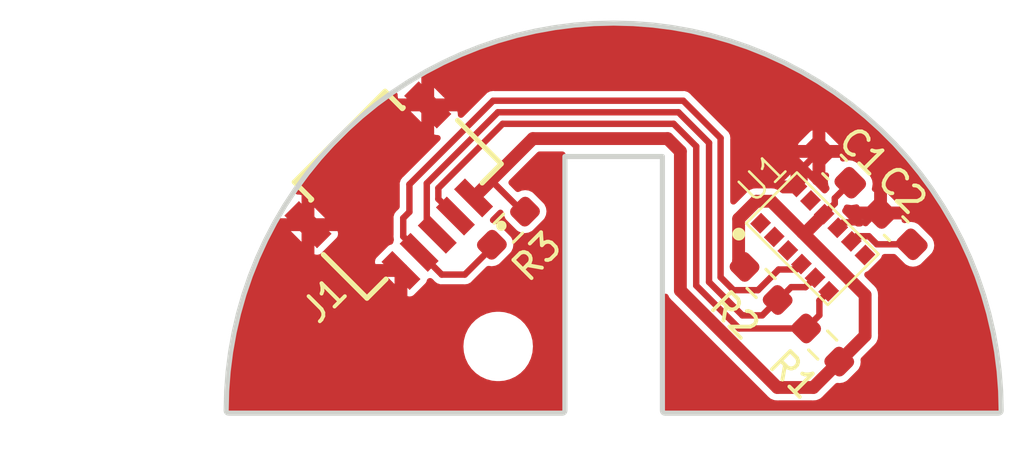
<source format=kicad_pcb>
(kicad_pcb (version 20221018) (generator pcbnew)
  (title_block (title "Laser Holder") (date "2023-03-07") (rev "A") (comment 1 "Julien Boriasse"))
  (layers (0 "F.Cu" signal) (31 "B.Cu" signal) (34 "B.Paste" user) (35 "F.Paste" user) (36 "B.SilkS" user "B.Silkscreen") (37 "F.SilkS" user "F.Silkscreen") (38 "B.Mask" user) (39 "F.Mask" user) (44 "Edge.Cuts" user))
  (net 0 "")
  (net 1 "VCC")
  (net 2 "GND")
  (net 3 "Net-(U1-AVDD_VCSEL)")
  (net 4 "/SDA")
  (net 5 "/SCL")
  (net 6 "/GPIO0")
  (footprint "MountingHole:MountingHole_2.2mm_M2" (layer "F.Cu") (at 140.066726 100.508147)
    (fp_text reference "H1" hide)
    (fp_text value "MountingHole")
    (pad "" np_thru_hole circle (at 0 0) (size 2.2 2.2) (drill 2.2) (layers "*.Cu" "*.Mask"))
  )
  (footprint "Library:SAMTEC_T1M-05-F-SH-L" (layer "F.Cu") (at 137.693072 96.134493 -135)
    (fp_text reference "J1" (at 4.920458 1.292284 45) (layer "F.SilkS"))
    (fp_text value "Conn_01x05_Shielded")
    (fp_line (start -3.7 0.175) (end -3.7 2.575) (stroke (width 0.2)) (layer "F.SilkS"))
    (fp_line (start -3.7 0.175) (end -2.65 0.175) (stroke (width 0.2)) (layer "F.SilkS"))
    (fp_line (start -2.55 4.425) (end -2.5 4.425) (stroke (width 0.2)) (layer "F.SilkS"))
    (fp_line (start -2.5 4.425) (end -2.5 5.375) (stroke (width 0.2)) (layer "F.SilkS"))
    (fp_line (start -2.5 5.375) (end 2.5 5.375) (stroke (width 0.2)) (layer "F.SilkS"))
    (fp_line (start 2.5 4.425) (end 2.5 5.375) (stroke (width 0.2)) (layer "F.SilkS"))
    (fp_line (start 2.55 4.425) (end 2.5 4.425) (stroke (width 0.2)) (layer "F.SilkS"))
    (fp_line (start 3.7 0.175) (end 2.65 0.175) (stroke (width 0.2)) (layer "F.SilkS"))
    (fp_line (start 3.7 0.175) (end 3.7 2.575) (stroke (width 0.2)) (layer "F.SilkS"))
    (fp_circle (center -2 -1.535) (end -1.9 -1.535) (stroke (width 0.2)) (fill none) (layer "F.SilkS"))
    (pad "1" smd rect (at -2 0 225) (size 0.6 1.55) (layers "F.Cu" "F.Paste" "F.Mask") (net 1 "VCC"))
    (pad "2" smd rect (at -1 0 225) (size 0.6 1.55) (layers "F.Cu" "F.Paste" "F.Mask") (net 4 "/SDA"))
    (pad "3" smd rect (at 0 0 225) (size 0.6 1.55) (layers "F.Cu" "F.Paste" "F.Mask") (net 5 "/SCL"))
    (pad "4" smd rect (at 1 0 225) (size 0.6 1.55) (layers "F.Cu" "F.Paste" "F.Mask") (net 6 "/GPIO0"))
    (pad "5" smd rect (at 2 0 225) (size 0.6 1.55) (layers "F.Cu" "F.Paste" "F.Mask") (net 2 "GND"))
    (pad "SH1" smd rect (at -3.3 3.825 225) (size 0.8 1.8) (layers "F.Cu" "F.Paste" "F.Mask") (net 2 "GND"))
    (pad "SH2" smd rect (at 3.3 3.825 225) (size 0.8 1.8) (layers "F.Cu" "F.Paste" "F.Mask") (net 2 "GND"))
  )
  (footprint "Resistor_SMD:R_0603_1608Metric_Pad0.98x0.95mm_HandSolder" (layer "F.Cu") (at 150.311961 98.053382 -45)
    (fp_text reference "R2" (at 0.153185 1.607107 135) (layer "F.SilkS"))
    (fp_text value "4.7k")
    (fp_line (start -0.254724 -0.5225) (end 0.254724 -0.5225) (stroke (width 0.12)) (layer "F.SilkS"))
    (fp_line (start -0.254724 0.5225) (end 0.254724 0.5225) (stroke (width 0.12)) (layer "F.SilkS"))
    (pad "1" smd roundrect (at -0.9125 0 315) (size 0.975 0.95) (layers "F.Cu" "F.Paste" "F.Mask") (net 1 "VCC"))
    (pad "2" smd roundrect (at 0.9125 0 315) (size 0.975 0.95) (layers "F.Cu" "F.Paste" "F.Mask") (net 5 "/SCL"))
  )
  (footprint "Resistor_SMD:R_0603_1608Metric_Pad0.98x0.95mm_HandSolder" (layer "F.Cu") (at 140.466726 95.9 -135)
    (fp_text reference "R3" (at 0 -1.555635 45) (layer "F.SilkS"))
    (fp_text value "47k")
    (fp_line (start -0.254724 -0.5225) (end 0.254724 -0.5225) (stroke (width 0.12)) (layer "F.SilkS"))
    (fp_line (start -0.254724 0.5225) (end 0.254724 0.5225) (stroke (width 0.12)) (layer "F.SilkS"))
    (pad "1" smd roundrect (at -0.9125 0 225) (size 0.975 0.95) (layers "F.Cu" "F.Paste" "F.Mask") (net 1 "VCC"))
    (pad "2" smd roundrect (at 0.9125 0 225) (size 0.975 0.95) (layers "F.Cu" "F.Paste" "F.Mask") (net 6 "/GPIO0"))
  )
  (footprint "Capacitor_SMD:C_0603_1608Metric_Pad1.08x0.95mm_HandSolder" (layer "F.Cu") (at 155.576606 95.918027 135)
    (fp_text reference "C2" (at 0.915444 1.231371 135) (layer "F.SilkS"))
    (fp_text value "4.7u")
    (fp_line (start -0.146267 -0.51) (end 0.146267 -0.51) (stroke (width 0.12)) (layer "F.SilkS"))
    (fp_line (start -0.146267 0.51) (end 0.146267 0.51) (stroke (width 0.12)) (layer "F.SilkS"))
    (pad "1" smd roundrect (at -0.8625 0 135) (size 1.075 0.95) (layers "F.Cu" "F.Paste" "F.Mask") (net 3 "Net-(U1-AVDD_VCSEL)"))
    (pad "2" smd roundrect (at 0.8625 0 135) (size 1.075 0.95) (layers "F.Cu" "F.Paste" "F.Mask") (net 2 "GND"))
  )
  (footprint "Library:VL6180V1NR" (layer "F.Cu") (at 151 95 45)
    (fp_text reference "U1" (at 0.3 -1.2 45 unlocked) (layer "F.SilkS") (effects (font (thickness 0.1))))
    (fp_text value "VL6180V1NR")
    (fp_rect (start -1.4 -0.4) (end 1.4 4.1) (stroke (width 0.1)) (fill none) (layer "F.SilkS"))
    (fp_circle (center -1.9 -0.3) (end -1.7 -0.3) (stroke (width 0.1)) (fill solid) (layer "F.SilkS"))
    (pad "1" smd rect (at -1 0 45) (size 0.6 0.55) (layers "F.Cu" "F.Paste" "F.Mask"))
    (pad "2" smd rect (at -1 0.75 45) (size 0.6 0.55) (layers "F.Cu" "F.Paste" "F.Mask"))
    (pad "3" smd rect (at -1 1.5 45) (size 0.6 0.55) (layers "F.Cu" "F.Paste" "F.Mask"))
    (pad "4" smd rect (at -1 2.25 45) (size 0.6 0.55) (layers "F.Cu" "F.Paste" "F.Mask") (net 6 "/GPIO0"))
    (pad "5" smd rect (at -1 3 45) (size 0.6 0.55) (layers "F.Cu" "F.Paste" "F.Mask") (net 5 "/SCL"))
    (pad "6" smd rect (at -1 3.75 45) (size 0.6 0.55) (layers "F.Cu" "F.Paste" "F.Mask") (net 4 "/SDA"))
    (pad "7" smd rect (at 1 3.75 45) (size 0.6 0.55) (layers "F.Cu" "F.Paste" "F.Mask"))
    (pad "8" smd rect (at 1 3 45) (size 0.6 0.55) (layers "F.Cu" "F.Paste" "F.Mask") (net 3 "Net-(U1-AVDD_VCSEL)"))
    (pad "9" smd rect (at 1 2.25 45) (size 0.6 0.55) (layers "F.Cu" "F.Paste" "F.Mask") (net 2 "GND"))
    (pad "10" smd rect (at 1 1.5 45) (size 0.6 0.55) (layers "F.Cu" "F.Paste" "F.Mask") (net 1 "VCC"))
    (pad "11" smd rect (at 1 0.75 45) (size 0.6 0.55) (layers "F.Cu" "F.Paste" "F.Mask"))
    (pad "12" smd rect (at 1 0 45) (size 0.6 0.55) (layers "F.Cu" "F.Paste" "F.Mask") (net 2 "GND"))
  )
  (footprint "Resistor_SMD:R_0603_1608Metric_Pad0.98x0.95mm_HandSolder" (layer "F.Cu") (at 152.711961 100.453382 135)
    (fp_text reference "R1" (at -0.011764 -1.607107 135) (layer "F.SilkS"))
    (fp_text value "4.7k")
    (fp_line (start -0.254724 -0.5225) (end 0.254724 -0.5225) (stroke (width 0.12)) (layer "F.SilkS"))
    (fp_line (start -0.254724 0.5225) (end 0.254724 0.5225) (stroke (width 0.12)) (layer "F.SilkS"))
    (pad "1" smd roundrect (at -0.9125 0 135) (size 0.975 0.95) (layers "F.Cu" "F.Paste" "F.Mask") (net 1 "VCC"))
    (pad "2" smd roundrect (at 0.9125 0 135) (size 0.975 0.95) (layers "F.Cu" "F.Paste" "F.Mask") (net 4 "/SDA"))
  )
  (footprint "Capacitor_SMD:C_0603_1608Metric_Pad1.08x0.95mm_HandSolder" (layer "F.Cu") (at 153.176606 93.518027 135)
    (fp_text reference "C1" (at -0.357348 1.231371 135) (layer "F.SilkS"))
    (fp_text value "100n")
    (fp_line (start -0.146267 -0.51) (end 0.146267 -0.51) (stroke (width 0.12)) (layer "F.SilkS"))
    (fp_line (start -0.146267 0.51) (end 0.146267 0.51) (stroke (width 0.12)) (layer "F.SilkS"))
    (pad "1" smd roundrect (at -0.8625 0 135) (size 1.075 0.95) (layers "F.Cu" "F.Paste" "F.Mask") (net 1 "VCC"))
    (pad "2" smd roundrect (at 0.8625 0 135) (size 1.075 0.95) (layers "F.Cu" "F.Paste" "F.Mask") (net 2 "GND"))
  )
  (gr_poly (pts (xy 145.331528 87.927528) (xy 146.094368 87.98562) (xy 146.853285 88.082275) (xy 147.606334 88.217245) (xy 148.351579 88.390183) (xy 149.087109 88.600644) (xy 149.811035 88.84809) (xy 150.521499 89.131884) (xy 151.216678 89.451298) (xy 151.894786 89.805513) (xy 152.554083 90.193619) (xy 153.192876 90.614619) (xy 153.809526 91.067433) (xy 154.40245 91.550899) (xy 154.970126 92.063776) (xy 155.511097 92.604747) (xy 156.023974 93.172423) (xy 156.50744 93.765347) (xy 156.960254 94.381997) (xy 157.381254 95.02079) (xy 157.76936 95.680087) (xy 158.123575 96.358195) (xy 158.442989 97.053374) (xy 158.726783 97.763838) (xy 158.974229 98.487764) (xy 159.18469 99.223294) (xy 159.357628 99.968539) (xy 159.492598 100.721588) (xy 159.589253 101.480505) (xy 159.647345 102.243345) (xy 159.666726 103.008147) (xy 159.661832 103.026412) (xy 159.661832 103.039049) (xy 159.656467 103.046432) (xy 159.653329 103.058147) (xy 159.633682 103.077793) (xy 159.625505 103.089049) (xy 159.620945 103.09053) (xy 159.616726 103.09475) (xy 159.566726 103.108147) (xy 146.566726 103.108147) (xy 146.551663 103.103253) (xy 146.535824 103.103253) (xy 146.52301 103.093943) (xy 146.507947 103.089049) (xy 146.498637 103.076235) (xy 146.485824 103.066926) (xy 146.480929 103.051862) (xy 146.47162 103.039049) (xy 146.47162 103.02321) (xy 146.466726 103.008147) (xy 146.466726 93.108147) (xy 142.666726 93.108147) (xy 142.666726 103.008147) (xy 142.661832 103.02321) (xy 142.661832 103.039049) (xy 142.652522 103.051862) (xy 142.647628 103.066926) (xy 142.634814 103.076235) (xy 142.625505 103.089049) (xy 142.610441 103.093943) (xy 142.597628 103.103253) (xy 142.581789 103.103253) (xy 142.566726 103.108147) (xy 129.566726 103.108147) (xy 129.516726 103.09475) (xy 129.512506 103.09053) (xy 129.507947 103.089049) (xy 129.499769 103.077793) (xy 129.480123 103.058147) (xy 129.476984 103.046432) (xy 129.47162 103.039049) (xy 129.47162 103.026412) (xy 129.466726 103.008147) (xy 129.486107 102.243345) (xy 129.544199 101.480505) (xy 129.640854 100.721588) (xy 129.775824 99.968539) (xy 129.948762 99.223294) (xy 130.159223 98.487764) (xy 130.406669 97.763838) (xy 130.690463 97.053374) (xy 131.009877 96.358195) (xy 131.364092 95.680087) (xy 131.752198 95.02079) (xy 132.173198 94.381997) (xy 132.626012 93.765347) (xy 133.109478 93.172423) (xy 133.622355 92.604747) (xy 134.163326 92.063776) (xy 134.731002 91.550899) (xy 135.323926 91.067433) (xy 135.940576 90.614619) (xy 136.579369 90.193619) (xy 137.238666 89.805513) (xy 137.916774 89.451298) (xy 138.611953 89.131884) (xy 139.322417 88.84809) (xy 140.046343 88.600644) (xy 140.781873 88.390183) (xy 141.527118 88.217245) (xy 142.280167 88.082275) (xy 143.039084 87.98562) (xy 143.801924 87.927528) (xy 144.566726 87.908147)) (stroke (width 0.2)) (fill none) (layer "Edge.Cuts"))
  (segment (start 154.366726 98.508147) (end 154.366726 100.089087) (width 0.5) (layer "F.Cu") (net 1))
  (segment (start 153.183883 94.73051) (end 153.786486 94.127907) (width 0.25) (layer "F.Cu") (net 1))
  (segment (start 139.107286 94.720279) (end 139.793072 94.034493) (width 0.5) (layer "F.Cu") (net 1))
  (segment (start 152.347666 102.108147) (end 153.357196 101.098617) (width 0.5) (layer "F.Cu") (net 1))
  (segment (start 147.166726 92.908147) (end 147.166726 98.330508) (width 0.5) (layer "F.Cu") (net 1))
  (segment (start 139.793072 94.034493) (end 141.419418 92.408147) (width 0.5) (layer "F.Cu") (net 1))
  (segment (start 151.929289 96.070711) (end 154.366726 98.508147) (width 0.5) (layer "F.Cu") (net 1))
  (segment (start 152.050609 96.070711) (end 152.767767 95.353553) (width 0.5) (layer "F.Cu") (net 1))
  (segment (start 150.944365 102.108147) (end 152.347666 102.108147) (width 0.5) (layer "F.Cu") (net 1))
  (segment (start 153.183883 94.937437) (end 153.183883 94.73051) (width 0.25) (layer "F.Cu") (net 1))
  (segment (start 147.166726 98.330508) (end 150.944365 102.108147) (width 0.5) (layer "F.Cu") (net 1))
  (segment (start 150.7091 94.850521) (end 151.929289 96.070711) (width 0.5) (layer "F.Cu") (net 1))
  (segment (start 141.111961 95.353382) (end 139.793072 94.034493) (width 0.25) (layer "F.Cu") (net 1))
  (segment (start 149.436307 95.538389) (end 150.124175 94.850521) (width 0.5) (layer "F.Cu") (net 1))
  (segment (start 149.436307 97.177728) (end 149.436307 95.538389) (width 0.5) (layer "F.Cu") (net 1))
  (segment (start 150.124175 94.850521) (end 150.7091 94.850521) (width 0.5) (layer "F.Cu") (net 1))
  (segment (start 151.929289 96.070711) (end 152.050609 96.070711) (width 0.5) (layer "F.Cu") (net 1))
  (segment (start 149.666726 97.408147) (end 149.436307 97.177728) (width 0.5) (layer "F.Cu") (net 1))
  (segment (start 152.767767 95.353553) (end 153.183883 94.937437) (width 0.25) (layer "F.Cu") (net 1))
  (segment (start 139.178858 94.720279) (end 139.107286 94.720279) (width 0.25) (layer "F.Cu") (net 1))
  (segment (start 141.419418 92.408147) (end 146.666726 92.408147) (width 0.5) (layer "F.Cu") (net 1))
  (segment (start 154.366726 100.089087) (end 153.357196 101.098617) (width 0.5) (layer "F.Cu") (net 1))
  (segment (start 146.666726 92.408147) (end 147.166726 92.908147) (width 0.5) (layer "F.Cu") (net 1))
  (segment (start 141.111961 95.362912) (end 141.111961 95.353382) (width 0.25) (layer "F.Cu") (net 1))
  (segment (start 152 93.474873) (end 152.566726 92.908147) (width 0.25) (layer "F.Cu") (net 2))
  (segment (start 153.298097 95.883883) (end 153.510229 95.671751) (width 0.25) (layer "F.Cu") (net 2))
  (segment (start 154.357537 95.671751) (end 154.383883 95.698097) (width 0.25) (layer "F.Cu") (net 2))
  (segment (start 154.383883 95.698097) (end 154.773833 95.308147) (width 0.25) (layer "F.Cu") (net 2))
  (segment (start 151.707107 94.292893) (end 152 94) (width 0.25) (layer "F.Cu") (net 2))
  (segment (start 152 94) (end 152 93.474873) (width 0.25) (layer "F.Cu") (net 2))
  (segment (start 153.510229 95.671751) (end 154.357537 95.671751) (width 0.25) (layer "F.Cu") (net 2))
  (segment (start 152.566726 93.015254) (end 152.566726 92.908147) (width 0.25) (layer "F.Cu") (net 2))
  (segment (start 154.773833 95.308147) (end 154.966726 95.308147) (width 0.25) (layer "F.Cu") (net 2))
  (segment (start 154.029683 96.212958) (end 153.828427 96.414214) (width 0.25) (layer "F.Cu") (net 3))
  (segment (start 154.511055 96.212958) (end 154.029683 96.212958) (width 0.25) (layer "F.Cu") (net 3))
  (segment (start 154.826004 96.527907) (end 154.511055 96.212958) (width 0.25) (layer "F.Cu") (net 3))
  (segment (start 156.186486 96.527907) (end 154.826004 96.527907) (width 0.25) (layer "F.Cu") (net 3))
  (segment (start 147.783883 92.712132) (end 147.783883 98.134493) (width 0.25) (layer "F.Cu") (net 4))
  (segment (start 137.734924 94.339949) (end 140.241726 91.833147) (width 0.25) (layer "F.Cu") (net 4))
  (segment (start 147.783883 98.134493) (end 149.457537 99.808147) (width 0.25) (layer "F.Cu") (net 4))
  (segment (start 152.583883 98.719418) (end 152.583883 99.29099) (width 0.25) (layer "F.Cu") (net 4))
  (segment (start 149.457537 99.808147) (end 152.066726 99.808147) (width 0.25) (layer "F.Cu") (net 4))
  (segment (start 138.400179 95.427386) (end 137.734924 94.762131) (width 0.25) (layer "F.Cu") (net 4))
  (segment (start 140.241726 91.833147) (end 146.904898 91.833147) (width 0.25) (layer "F.Cu") (net 4))
  (segment (start 152.583883 99.29099) (end 152.066726 99.808147) (width 0.25) (layer "F.Cu") (net 4))
  (segment (start 146.904898 91.833147) (end 147.783883 92.712132) (width 0.25) (layer "F.Cu") (net 4))
  (segment (start 137.734924 94.762131) (end 137.734924 94.339949) (width 0.25) (layer "F.Cu") (net 4))
  (segment (start 152.944544 98.358757) (end 152.583883 98.719418) (width 0.25) (layer "F.Cu") (net 4))
  (segment (start 147.091294 91.383147) (end 148.283883 92.575736) (width 0.25) (layer "F.Cu") (net 5))
  (segment (start 152.044544 98.198097) (end 152.414214 97.828427) (width 0.25) (layer "F.Cu") (net 5))
  (segment (start 150.357716 99.298097) (end 150.957196 98.698617) (width 0.25) (layer "F.Cu") (net 5))
  (segment (start 149.583883 99.298097) (end 150.357716 99.298097) (width 0.25) (layer "F.Cu") (net 5))
  (segment (start 140.05533 91.383147) (end 147.091294 91.383147) (width 0.25) (layer "F.Cu") (net 5))
  (segment (start 137.284924 95.726345) (end 137.284924 94.153553) (width 0.25) (layer "F.Cu") (net 5))
  (segment (start 148.283883 92.575736) (end 148.283883 97.998097) (width 0.25) (layer "F.Cu") (net 5))
  (segment (start 150.983363 98.698617) (end 151.483883 98.198097) (width 0.25) (layer "F.Cu") (net 5))
  (segment (start 137.693072 96.134493) (end 137.284924 95.726345) (width 0.25) (layer "F.Cu") (net 5))
  (segment (start 137.284924 94.153553) (end 140.05533 91.383147) (width 0.25) (layer "F.Cu") (net 5))
  (segment (start 151.483883 98.198097) (end 152.044544 98.198097) (width 0.25) (layer "F.Cu") (net 5))
  (segment (start 148.283883 97.998097) (end 149.583883 99.298097) (width 0.25) (layer "F.Cu") (net 5))
  (segment (start 150.957196 98.698617) (end 150.983363 98.698617) (width 0.25) (layer "F.Cu") (net 5))
  (segment (start 150.996534 97.510229) (end 150.191401 98.315362) (width 0.25) (layer "F.Cu") (net 6))
  (segment (start 137.000179 96.8416) (end 137.866726 97.708147) (width 0.25) (layer "F.Cu") (net 6))
  (segment (start 136.366726 96.222361) (end 136.985965 96.8416) (width 0.25) (layer "F.Cu") (net 6))
  (segment (start 148.733883 92.38934) (end 147.27769 90.933147) (width 0.25) (layer "F.Cu") (net 6))
  (segment (start 136.607932 94.194149) (end 136.607932 95.266941) (width 0.25) (layer "F.Cu") (net 6))
  (segment (start 137.866726 97.708147) (end 138.766726 97.708147) (width 0.25) (layer "F.Cu") (net 6))
  (segment (start 136.366726 95.508147) (end 136.366726 96.222361) (width 0.25) (layer "F.Cu") (net 6))
  (segment (start 138.766726 97.708147) (end 139.821491 96.653382) (width 0.25) (layer "F.Cu") (net 6))
  (segment (start 149.237544 98.315362) (end 148.733883 97.811701) (width 0.25) (layer "F.Cu") (net 6))
  (segment (start 147.27769 90.933147) (end 139.868934 90.933147) (width 0.25) (layer "F.Cu") (net 6))
  (segment (start 150.191401 98.315362) (end 149.237544 98.315362) (width 0.25) (layer "F.Cu") (net 6))
  (segment (start 139.868934 90.933147) (end 136.607932 94.194149) (width 0.25) (layer "F.Cu") (net 6))
  (segment (start 151.671751 97.510229) (end 150.996534 97.510229) (width 0.25) (layer "F.Cu") (net 6))
  (segment (start 136.607932 95.266941) (end 136.366726 95.508147) (width 0.25) (layer "F.Cu") (net 6))
  (segment (start 148.733883 97.811701) (end 148.733883 92.38934) (width 0.25) (layer "F.Cu") (net 6))
  (segment (start 151.883883 97.298097) (end 151.671751 97.510229) (width 0.25) (layer "F.Cu") (net 6))
  (segment (start 136.985965 96.8416) (end 137.000179 96.8416) (width 0.25) (layer "F.Cu") (net 6))
  (zone (net 2) (net_name "GND") (layer "F.Cu") (connect_pads (clearance 0.25)) (min_thickness 0.25) (fill yes (thermal_gap 0.25) (thermal_bridge_width 0.5))
    (polygon (pts (xy 128.566726 87.008147) (xy 160.566726 87.008147) (xy 160.566726 104.008147) (xy 128.566726 104.008147)))
  )
)
</source>
